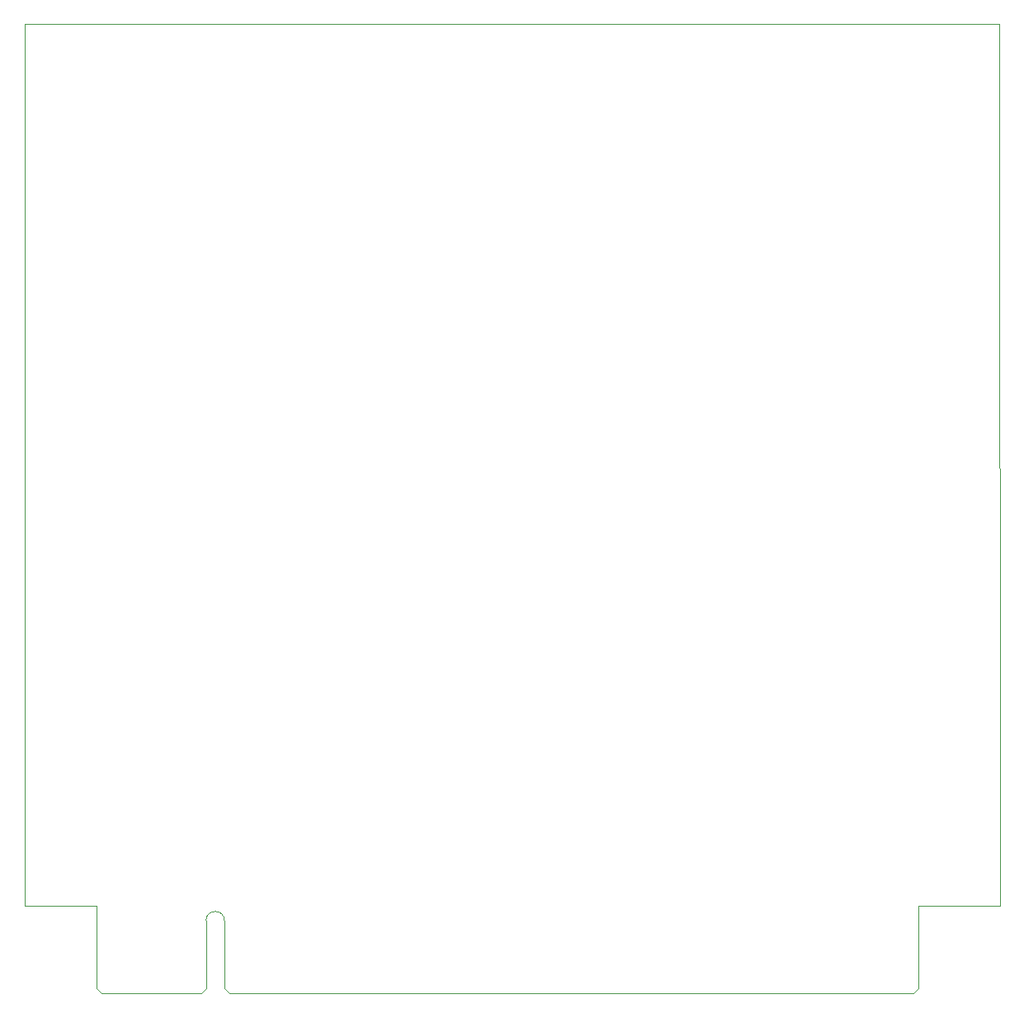
<source format=gbr>
%TF.GenerationSoftware,KiCad,Pcbnew,9.0.5*%
%TF.CreationDate,2025-11-19T18:12:50+02:00*%
%TF.ProjectId,core_2,636f7265-5f32-42e6-9b69-6361645f7063,rev?*%
%TF.SameCoordinates,Original*%
%TF.FileFunction,Profile,NP*%
%FSLAX46Y46*%
G04 Gerber Fmt 4.6, Leading zero omitted, Abs format (unit mm)*
G04 Created by KiCad (PCBNEW 9.0.5) date 2025-11-19 18:12:50*
%MOMM*%
%LPD*%
G01*
G04 APERTURE LIST*
%TA.AperFunction,Profile*%
%ADD10C,0.050000*%
%TD*%
%TA.AperFunction,Profile*%
%ADD11C,0.100000*%
%TD*%
G04 APERTURE END LIST*
D10*
X184900000Y-12100000D02*
X184950000Y-102600000D01*
X192300000Y-103150000D02*
X192300000Y-102600000D01*
X276600000Y-103150000D02*
X276600000Y-102600000D01*
X184950000Y-102600000D02*
X192300000Y-102600000D01*
X284950000Y-102600000D02*
X276600000Y-102600000D01*
X271400000Y-12100000D02*
X284900000Y-12100000D01*
X284900000Y-12100000D02*
X284950000Y-102600000D01*
X184900000Y-12100000D02*
X271400000Y-12100000D01*
D11*
%TO.C,BC1*%
X192300000Y-103150000D02*
X192300000Y-111050000D01*
X192300000Y-111050000D02*
X192800000Y-111550000D01*
X192800000Y-111550000D02*
X203000000Y-111550000D01*
X203500000Y-104100000D02*
X203500000Y-111050000D01*
X203500000Y-111050000D02*
X203000000Y-111550000D01*
X205400000Y-104100000D02*
X205400000Y-111050000D01*
X205400000Y-111050000D02*
X205900000Y-111550000D01*
X205900000Y-111550000D02*
X276100000Y-111550000D01*
X276600000Y-103150000D02*
X276600000Y-111050000D01*
X276600000Y-111050000D02*
X276100000Y-111550000D01*
X203500000Y-104100000D02*
G75*
G02*
X205400000Y-104100000I950000J0D01*
G01*
%TD*%
M02*

</source>
